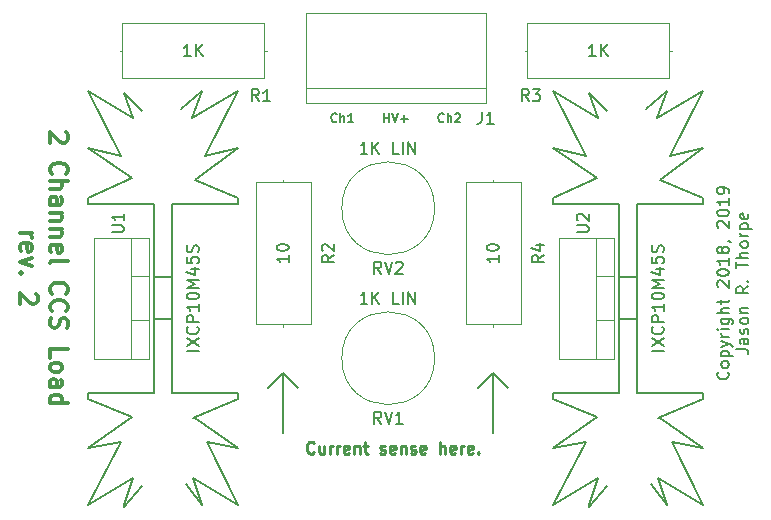
<source format=gbr>
G04 #@! TF.GenerationSoftware,KiCad,Pcbnew,(5.1.4-0-10_14)*
G04 #@! TF.CreationDate,2019-09-24T21:23:23-07:00*
G04 #@! TF.ProjectId,CCS_Load_x2,4343535f-4c6f-4616-945f-78322e6b6963,2.0*
G04 #@! TF.SameCoordinates,Original*
G04 #@! TF.FileFunction,Legend,Top*
G04 #@! TF.FilePolarity,Positive*
%FSLAX46Y46*%
G04 Gerber Fmt 4.6, Leading zero omitted, Abs format (unit mm)*
G04 Created by KiCad (PCBNEW (5.1.4-0-10_14)) date 2019-09-24 21:23:23*
%MOMM*%
%LPD*%
G04 APERTURE LIST*
%ADD10C,0.150000*%
%ADD11C,0.250000*%
%ADD12C,0.187500*%
%ADD13C,0.300000*%
%ADD14C,0.120000*%
G04 APERTURE END LIST*
D10*
X138430000Y-121920000D02*
X137160000Y-120650000D01*
X135890000Y-121920000D02*
X137160000Y-120650000D01*
X137160000Y-120650000D02*
X135890000Y-121920000D01*
X137160000Y-120650000D02*
X137160000Y-125730000D01*
X156210000Y-121920000D02*
X154940000Y-120650000D01*
X153670000Y-121920000D02*
X154940000Y-120650000D01*
X154940000Y-120650000D02*
X153670000Y-121920000D01*
X154940000Y-125730000D02*
X154940000Y-120650000D01*
D11*
X139764333Y-127357142D02*
X139716714Y-127404761D01*
X139573857Y-127452380D01*
X139478619Y-127452380D01*
X139335761Y-127404761D01*
X139240523Y-127309523D01*
X139192904Y-127214285D01*
X139145285Y-127023809D01*
X139145285Y-126880952D01*
X139192904Y-126690476D01*
X139240523Y-126595238D01*
X139335761Y-126500000D01*
X139478619Y-126452380D01*
X139573857Y-126452380D01*
X139716714Y-126500000D01*
X139764333Y-126547619D01*
X140621476Y-126785714D02*
X140621476Y-127452380D01*
X140192904Y-126785714D02*
X140192904Y-127309523D01*
X140240523Y-127404761D01*
X140335761Y-127452380D01*
X140478619Y-127452380D01*
X140573857Y-127404761D01*
X140621476Y-127357142D01*
X141097666Y-127452380D02*
X141097666Y-126785714D01*
X141097666Y-126976190D02*
X141145285Y-126880952D01*
X141192904Y-126833333D01*
X141288142Y-126785714D01*
X141383380Y-126785714D01*
X141716714Y-127452380D02*
X141716714Y-126785714D01*
X141716714Y-126976190D02*
X141764333Y-126880952D01*
X141811952Y-126833333D01*
X141907190Y-126785714D01*
X142002428Y-126785714D01*
X142716714Y-127404761D02*
X142621476Y-127452380D01*
X142431000Y-127452380D01*
X142335761Y-127404761D01*
X142288142Y-127309523D01*
X142288142Y-126928571D01*
X142335761Y-126833333D01*
X142431000Y-126785714D01*
X142621476Y-126785714D01*
X142716714Y-126833333D01*
X142764333Y-126928571D01*
X142764333Y-127023809D01*
X142288142Y-127119047D01*
X143192904Y-126785714D02*
X143192904Y-127452380D01*
X143192904Y-126880952D02*
X143240523Y-126833333D01*
X143335761Y-126785714D01*
X143478619Y-126785714D01*
X143573857Y-126833333D01*
X143621476Y-126928571D01*
X143621476Y-127452380D01*
X143954809Y-126785714D02*
X144335761Y-126785714D01*
X144097666Y-126452380D02*
X144097666Y-127309523D01*
X144145285Y-127404761D01*
X144240523Y-127452380D01*
X144335761Y-127452380D01*
X145383380Y-127404761D02*
X145478619Y-127452380D01*
X145669095Y-127452380D01*
X145764333Y-127404761D01*
X145811952Y-127309523D01*
X145811952Y-127261904D01*
X145764333Y-127166666D01*
X145669095Y-127119047D01*
X145526238Y-127119047D01*
X145431000Y-127071428D01*
X145383380Y-126976190D01*
X145383380Y-126928571D01*
X145431000Y-126833333D01*
X145526238Y-126785714D01*
X145669095Y-126785714D01*
X145764333Y-126833333D01*
X146621476Y-127404761D02*
X146526238Y-127452380D01*
X146335761Y-127452380D01*
X146240523Y-127404761D01*
X146192904Y-127309523D01*
X146192904Y-126928571D01*
X146240523Y-126833333D01*
X146335761Y-126785714D01*
X146526238Y-126785714D01*
X146621476Y-126833333D01*
X146669095Y-126928571D01*
X146669095Y-127023809D01*
X146192904Y-127119047D01*
X147097666Y-126785714D02*
X147097666Y-127452380D01*
X147097666Y-126880952D02*
X147145285Y-126833333D01*
X147240523Y-126785714D01*
X147383380Y-126785714D01*
X147478619Y-126833333D01*
X147526238Y-126928571D01*
X147526238Y-127452380D01*
X147954809Y-127404761D02*
X148050047Y-127452380D01*
X148240523Y-127452380D01*
X148335761Y-127404761D01*
X148383380Y-127309523D01*
X148383380Y-127261904D01*
X148335761Y-127166666D01*
X148240523Y-127119047D01*
X148097666Y-127119047D01*
X148002428Y-127071428D01*
X147954809Y-126976190D01*
X147954809Y-126928571D01*
X148002428Y-126833333D01*
X148097666Y-126785714D01*
X148240523Y-126785714D01*
X148335761Y-126833333D01*
X149192904Y-127404761D02*
X149097666Y-127452380D01*
X148907190Y-127452380D01*
X148811952Y-127404761D01*
X148764333Y-127309523D01*
X148764333Y-126928571D01*
X148811952Y-126833333D01*
X148907190Y-126785714D01*
X149097666Y-126785714D01*
X149192904Y-126833333D01*
X149240523Y-126928571D01*
X149240523Y-127023809D01*
X148764333Y-127119047D01*
X150431000Y-127452380D02*
X150431000Y-126452380D01*
X150859571Y-127452380D02*
X150859571Y-126928571D01*
X150811952Y-126833333D01*
X150716714Y-126785714D01*
X150573857Y-126785714D01*
X150478619Y-126833333D01*
X150431000Y-126880952D01*
X151716714Y-127404761D02*
X151621476Y-127452380D01*
X151431000Y-127452380D01*
X151335761Y-127404761D01*
X151288142Y-127309523D01*
X151288142Y-126928571D01*
X151335761Y-126833333D01*
X151431000Y-126785714D01*
X151621476Y-126785714D01*
X151716714Y-126833333D01*
X151764333Y-126928571D01*
X151764333Y-127023809D01*
X151288142Y-127119047D01*
X152192904Y-127452380D02*
X152192904Y-126785714D01*
X152192904Y-126976190D02*
X152240523Y-126880952D01*
X152288142Y-126833333D01*
X152383380Y-126785714D01*
X152478619Y-126785714D01*
X153192904Y-127404761D02*
X153097666Y-127452380D01*
X152907190Y-127452380D01*
X152811952Y-127404761D01*
X152764333Y-127309523D01*
X152764333Y-126928571D01*
X152811952Y-126833333D01*
X152907190Y-126785714D01*
X153097666Y-126785714D01*
X153192904Y-126833333D01*
X153240523Y-126928571D01*
X153240523Y-127023809D01*
X152764333Y-127119047D01*
X153669095Y-127357142D02*
X153716714Y-127404761D01*
X153669095Y-127452380D01*
X153621476Y-127404761D01*
X153669095Y-127357142D01*
X153669095Y-127452380D01*
D12*
X141685000Y-99327857D02*
X141649285Y-99363571D01*
X141542142Y-99399285D01*
X141470714Y-99399285D01*
X141363571Y-99363571D01*
X141292142Y-99292142D01*
X141256428Y-99220714D01*
X141220714Y-99077857D01*
X141220714Y-98970714D01*
X141256428Y-98827857D01*
X141292142Y-98756428D01*
X141363571Y-98685000D01*
X141470714Y-98649285D01*
X141542142Y-98649285D01*
X141649285Y-98685000D01*
X141685000Y-98720714D01*
X142006428Y-99399285D02*
X142006428Y-98649285D01*
X142327857Y-99399285D02*
X142327857Y-99006428D01*
X142292142Y-98935000D01*
X142220714Y-98899285D01*
X142113571Y-98899285D01*
X142042142Y-98935000D01*
X142006428Y-98970714D01*
X143077857Y-99399285D02*
X142649285Y-99399285D01*
X142863571Y-99399285D02*
X142863571Y-98649285D01*
X142792142Y-98756428D01*
X142720714Y-98827857D01*
X142649285Y-98863571D01*
X145685000Y-99399285D02*
X145685000Y-98649285D01*
X145685000Y-99006428D02*
X146113571Y-99006428D01*
X146113571Y-99399285D02*
X146113571Y-98649285D01*
X146363571Y-98649285D02*
X146613571Y-99399285D01*
X146863571Y-98649285D01*
X147113571Y-99113571D02*
X147685000Y-99113571D01*
X147399285Y-99399285D02*
X147399285Y-98827857D01*
X150756428Y-99327857D02*
X150720714Y-99363571D01*
X150613571Y-99399285D01*
X150542142Y-99399285D01*
X150435000Y-99363571D01*
X150363571Y-99292142D01*
X150327857Y-99220714D01*
X150292142Y-99077857D01*
X150292142Y-98970714D01*
X150327857Y-98827857D01*
X150363571Y-98756428D01*
X150435000Y-98685000D01*
X150542142Y-98649285D01*
X150613571Y-98649285D01*
X150720714Y-98685000D01*
X150756428Y-98720714D01*
X151077857Y-99399285D02*
X151077857Y-98649285D01*
X151399285Y-99399285D02*
X151399285Y-99006428D01*
X151363571Y-98935000D01*
X151292142Y-98899285D01*
X151185000Y-98899285D01*
X151113571Y-98935000D01*
X151077857Y-98970714D01*
X151720714Y-98720714D02*
X151756428Y-98685000D01*
X151827857Y-98649285D01*
X152006428Y-98649285D01*
X152077857Y-98685000D01*
X152113571Y-98720714D01*
X152149285Y-98792142D01*
X152149285Y-98863571D01*
X152113571Y-98970714D01*
X151685000Y-99399285D01*
X152149285Y-99399285D01*
D13*
X118793571Y-100260000D02*
X118865000Y-100331428D01*
X118936428Y-100474285D01*
X118936428Y-100831428D01*
X118865000Y-100974285D01*
X118793571Y-101045714D01*
X118650714Y-101117142D01*
X118507857Y-101117142D01*
X118293571Y-101045714D01*
X117436428Y-100188571D01*
X117436428Y-101117142D01*
X117579285Y-103760000D02*
X117507857Y-103688571D01*
X117436428Y-103474285D01*
X117436428Y-103331428D01*
X117507857Y-103117142D01*
X117650714Y-102974285D01*
X117793571Y-102902857D01*
X118079285Y-102831428D01*
X118293571Y-102831428D01*
X118579285Y-102902857D01*
X118722142Y-102974285D01*
X118865000Y-103117142D01*
X118936428Y-103331428D01*
X118936428Y-103474285D01*
X118865000Y-103688571D01*
X118793571Y-103760000D01*
X117436428Y-104402857D02*
X118936428Y-104402857D01*
X117436428Y-105045714D02*
X118222142Y-105045714D01*
X118365000Y-104974285D01*
X118436428Y-104831428D01*
X118436428Y-104617142D01*
X118365000Y-104474285D01*
X118293571Y-104402857D01*
X117436428Y-106402857D02*
X118222142Y-106402857D01*
X118365000Y-106331428D01*
X118436428Y-106188571D01*
X118436428Y-105902857D01*
X118365000Y-105760000D01*
X117507857Y-106402857D02*
X117436428Y-106260000D01*
X117436428Y-105902857D01*
X117507857Y-105760000D01*
X117650714Y-105688571D01*
X117793571Y-105688571D01*
X117936428Y-105760000D01*
X118007857Y-105902857D01*
X118007857Y-106260000D01*
X118079285Y-106402857D01*
X118436428Y-107117142D02*
X117436428Y-107117142D01*
X118293571Y-107117142D02*
X118365000Y-107188571D01*
X118436428Y-107331428D01*
X118436428Y-107545714D01*
X118365000Y-107688571D01*
X118222142Y-107760000D01*
X117436428Y-107760000D01*
X118436428Y-108474285D02*
X117436428Y-108474285D01*
X118293571Y-108474285D02*
X118365000Y-108545714D01*
X118436428Y-108688571D01*
X118436428Y-108902857D01*
X118365000Y-109045714D01*
X118222142Y-109117142D01*
X117436428Y-109117142D01*
X117507857Y-110402857D02*
X117436428Y-110260000D01*
X117436428Y-109974285D01*
X117507857Y-109831428D01*
X117650714Y-109760000D01*
X118222142Y-109760000D01*
X118365000Y-109831428D01*
X118436428Y-109974285D01*
X118436428Y-110260000D01*
X118365000Y-110402857D01*
X118222142Y-110474285D01*
X118079285Y-110474285D01*
X117936428Y-109760000D01*
X117436428Y-111331428D02*
X117507857Y-111188571D01*
X117650714Y-111117142D01*
X118936428Y-111117142D01*
X117579285Y-113902857D02*
X117507857Y-113831428D01*
X117436428Y-113617142D01*
X117436428Y-113474285D01*
X117507857Y-113260000D01*
X117650714Y-113117142D01*
X117793571Y-113045714D01*
X118079285Y-112974285D01*
X118293571Y-112974285D01*
X118579285Y-113045714D01*
X118722142Y-113117142D01*
X118865000Y-113260000D01*
X118936428Y-113474285D01*
X118936428Y-113617142D01*
X118865000Y-113831428D01*
X118793571Y-113902857D01*
X117579285Y-115402857D02*
X117507857Y-115331428D01*
X117436428Y-115117142D01*
X117436428Y-114974285D01*
X117507857Y-114760000D01*
X117650714Y-114617142D01*
X117793571Y-114545714D01*
X118079285Y-114474285D01*
X118293571Y-114474285D01*
X118579285Y-114545714D01*
X118722142Y-114617142D01*
X118865000Y-114760000D01*
X118936428Y-114974285D01*
X118936428Y-115117142D01*
X118865000Y-115331428D01*
X118793571Y-115402857D01*
X117507857Y-115974285D02*
X117436428Y-116188571D01*
X117436428Y-116545714D01*
X117507857Y-116688571D01*
X117579285Y-116760000D01*
X117722142Y-116831428D01*
X117865000Y-116831428D01*
X118007857Y-116760000D01*
X118079285Y-116688571D01*
X118150714Y-116545714D01*
X118222142Y-116260000D01*
X118293571Y-116117142D01*
X118365000Y-116045714D01*
X118507857Y-115974285D01*
X118650714Y-115974285D01*
X118793571Y-116045714D01*
X118865000Y-116117142D01*
X118936428Y-116260000D01*
X118936428Y-116617142D01*
X118865000Y-116831428D01*
X117436428Y-119331428D02*
X117436428Y-118617142D01*
X118936428Y-118617142D01*
X117436428Y-120045714D02*
X117507857Y-119902857D01*
X117579285Y-119831428D01*
X117722142Y-119760000D01*
X118150714Y-119760000D01*
X118293571Y-119831428D01*
X118365000Y-119902857D01*
X118436428Y-120045714D01*
X118436428Y-120260000D01*
X118365000Y-120402857D01*
X118293571Y-120474285D01*
X118150714Y-120545714D01*
X117722142Y-120545714D01*
X117579285Y-120474285D01*
X117507857Y-120402857D01*
X117436428Y-120260000D01*
X117436428Y-120045714D01*
X117436428Y-121831428D02*
X118222142Y-121831428D01*
X118365000Y-121760000D01*
X118436428Y-121617142D01*
X118436428Y-121331428D01*
X118365000Y-121188571D01*
X117507857Y-121831428D02*
X117436428Y-121688571D01*
X117436428Y-121331428D01*
X117507857Y-121188571D01*
X117650714Y-121117142D01*
X117793571Y-121117142D01*
X117936428Y-121188571D01*
X118007857Y-121331428D01*
X118007857Y-121688571D01*
X118079285Y-121831428D01*
X117436428Y-123188571D02*
X118936428Y-123188571D01*
X117507857Y-123188571D02*
X117436428Y-123045714D01*
X117436428Y-122760000D01*
X117507857Y-122617142D01*
X117579285Y-122545714D01*
X117722142Y-122474285D01*
X118150714Y-122474285D01*
X118293571Y-122545714D01*
X118365000Y-122617142D01*
X118436428Y-122760000D01*
X118436428Y-123045714D01*
X118365000Y-123188571D01*
X114886428Y-108795714D02*
X115886428Y-108795714D01*
X115600714Y-108795714D02*
X115743571Y-108867142D01*
X115815000Y-108938571D01*
X115886428Y-109081428D01*
X115886428Y-109224285D01*
X114957857Y-110295714D02*
X114886428Y-110152857D01*
X114886428Y-109867142D01*
X114957857Y-109724285D01*
X115100714Y-109652857D01*
X115672142Y-109652857D01*
X115815000Y-109724285D01*
X115886428Y-109867142D01*
X115886428Y-110152857D01*
X115815000Y-110295714D01*
X115672142Y-110367142D01*
X115529285Y-110367142D01*
X115386428Y-109652857D01*
X115886428Y-110867142D02*
X114886428Y-111224285D01*
X115886428Y-111581428D01*
X115029285Y-112152857D02*
X114957857Y-112224285D01*
X114886428Y-112152857D01*
X114957857Y-112081428D01*
X115029285Y-112152857D01*
X114886428Y-112152857D01*
X116243571Y-113938571D02*
X116315000Y-114010000D01*
X116386428Y-114152857D01*
X116386428Y-114510000D01*
X116315000Y-114652857D01*
X116243571Y-114724285D01*
X116100714Y-114795714D01*
X115957857Y-114795714D01*
X115743571Y-114724285D01*
X114886428Y-113867142D01*
X114886428Y-114795714D01*
D10*
X174792142Y-120553809D02*
X174839761Y-120601428D01*
X174887380Y-120744285D01*
X174887380Y-120839523D01*
X174839761Y-120982380D01*
X174744523Y-121077619D01*
X174649285Y-121125238D01*
X174458809Y-121172857D01*
X174315952Y-121172857D01*
X174125476Y-121125238D01*
X174030238Y-121077619D01*
X173935000Y-120982380D01*
X173887380Y-120839523D01*
X173887380Y-120744285D01*
X173935000Y-120601428D01*
X173982619Y-120553809D01*
X174887380Y-119982380D02*
X174839761Y-120077619D01*
X174792142Y-120125238D01*
X174696904Y-120172857D01*
X174411190Y-120172857D01*
X174315952Y-120125238D01*
X174268333Y-120077619D01*
X174220714Y-119982380D01*
X174220714Y-119839523D01*
X174268333Y-119744285D01*
X174315952Y-119696666D01*
X174411190Y-119649047D01*
X174696904Y-119649047D01*
X174792142Y-119696666D01*
X174839761Y-119744285D01*
X174887380Y-119839523D01*
X174887380Y-119982380D01*
X174220714Y-119220476D02*
X175220714Y-119220476D01*
X174268333Y-119220476D02*
X174220714Y-119125238D01*
X174220714Y-118934761D01*
X174268333Y-118839523D01*
X174315952Y-118791904D01*
X174411190Y-118744285D01*
X174696904Y-118744285D01*
X174792142Y-118791904D01*
X174839761Y-118839523D01*
X174887380Y-118934761D01*
X174887380Y-119125238D01*
X174839761Y-119220476D01*
X174220714Y-118410952D02*
X174887380Y-118172857D01*
X174220714Y-117934761D02*
X174887380Y-118172857D01*
X175125476Y-118268095D01*
X175173095Y-118315714D01*
X175220714Y-118410952D01*
X174887380Y-117553809D02*
X174220714Y-117553809D01*
X174411190Y-117553809D02*
X174315952Y-117506190D01*
X174268333Y-117458571D01*
X174220714Y-117363333D01*
X174220714Y-117268095D01*
X174887380Y-116934761D02*
X174220714Y-116934761D01*
X173887380Y-116934761D02*
X173935000Y-116982380D01*
X173982619Y-116934761D01*
X173935000Y-116887142D01*
X173887380Y-116934761D01*
X173982619Y-116934761D01*
X174220714Y-116030000D02*
X175030238Y-116030000D01*
X175125476Y-116077619D01*
X175173095Y-116125238D01*
X175220714Y-116220476D01*
X175220714Y-116363333D01*
X175173095Y-116458571D01*
X174839761Y-116030000D02*
X174887380Y-116125238D01*
X174887380Y-116315714D01*
X174839761Y-116410952D01*
X174792142Y-116458571D01*
X174696904Y-116506190D01*
X174411190Y-116506190D01*
X174315952Y-116458571D01*
X174268333Y-116410952D01*
X174220714Y-116315714D01*
X174220714Y-116125238D01*
X174268333Y-116030000D01*
X174887380Y-115553809D02*
X173887380Y-115553809D01*
X174887380Y-115125238D02*
X174363571Y-115125238D01*
X174268333Y-115172857D01*
X174220714Y-115268095D01*
X174220714Y-115410952D01*
X174268333Y-115506190D01*
X174315952Y-115553809D01*
X174220714Y-114791904D02*
X174220714Y-114410952D01*
X173887380Y-114649047D02*
X174744523Y-114649047D01*
X174839761Y-114601428D01*
X174887380Y-114506190D01*
X174887380Y-114410952D01*
X173982619Y-113363333D02*
X173935000Y-113315714D01*
X173887380Y-113220476D01*
X173887380Y-112982380D01*
X173935000Y-112887142D01*
X173982619Y-112839523D01*
X174077857Y-112791904D01*
X174173095Y-112791904D01*
X174315952Y-112839523D01*
X174887380Y-113410952D01*
X174887380Y-112791904D01*
X173887380Y-112172857D02*
X173887380Y-112077619D01*
X173935000Y-111982380D01*
X173982619Y-111934761D01*
X174077857Y-111887142D01*
X174268333Y-111839523D01*
X174506428Y-111839523D01*
X174696904Y-111887142D01*
X174792142Y-111934761D01*
X174839761Y-111982380D01*
X174887380Y-112077619D01*
X174887380Y-112172857D01*
X174839761Y-112268095D01*
X174792142Y-112315714D01*
X174696904Y-112363333D01*
X174506428Y-112410952D01*
X174268333Y-112410952D01*
X174077857Y-112363333D01*
X173982619Y-112315714D01*
X173935000Y-112268095D01*
X173887380Y-112172857D01*
X174887380Y-110887142D02*
X174887380Y-111458571D01*
X174887380Y-111172857D02*
X173887380Y-111172857D01*
X174030238Y-111268095D01*
X174125476Y-111363333D01*
X174173095Y-111458571D01*
X174315952Y-110315714D02*
X174268333Y-110410952D01*
X174220714Y-110458571D01*
X174125476Y-110506190D01*
X174077857Y-110506190D01*
X173982619Y-110458571D01*
X173935000Y-110410952D01*
X173887380Y-110315714D01*
X173887380Y-110125238D01*
X173935000Y-110030000D01*
X173982619Y-109982380D01*
X174077857Y-109934761D01*
X174125476Y-109934761D01*
X174220714Y-109982380D01*
X174268333Y-110030000D01*
X174315952Y-110125238D01*
X174315952Y-110315714D01*
X174363571Y-110410952D01*
X174411190Y-110458571D01*
X174506428Y-110506190D01*
X174696904Y-110506190D01*
X174792142Y-110458571D01*
X174839761Y-110410952D01*
X174887380Y-110315714D01*
X174887380Y-110125238D01*
X174839761Y-110030000D01*
X174792142Y-109982380D01*
X174696904Y-109934761D01*
X174506428Y-109934761D01*
X174411190Y-109982380D01*
X174363571Y-110030000D01*
X174315952Y-110125238D01*
X174839761Y-109458571D02*
X174887380Y-109458571D01*
X174982619Y-109506190D01*
X175030238Y-109553809D01*
X173982619Y-108315714D02*
X173935000Y-108268095D01*
X173887380Y-108172857D01*
X173887380Y-107934761D01*
X173935000Y-107839523D01*
X173982619Y-107791904D01*
X174077857Y-107744285D01*
X174173095Y-107744285D01*
X174315952Y-107791904D01*
X174887380Y-108363333D01*
X174887380Y-107744285D01*
X173887380Y-107125238D02*
X173887380Y-107030000D01*
X173935000Y-106934761D01*
X173982619Y-106887142D01*
X174077857Y-106839523D01*
X174268333Y-106791904D01*
X174506428Y-106791904D01*
X174696904Y-106839523D01*
X174792142Y-106887142D01*
X174839761Y-106934761D01*
X174887380Y-107030000D01*
X174887380Y-107125238D01*
X174839761Y-107220476D01*
X174792142Y-107268095D01*
X174696904Y-107315714D01*
X174506428Y-107363333D01*
X174268333Y-107363333D01*
X174077857Y-107315714D01*
X173982619Y-107268095D01*
X173935000Y-107220476D01*
X173887380Y-107125238D01*
X174887380Y-105839523D02*
X174887380Y-106410952D01*
X174887380Y-106125238D02*
X173887380Y-106125238D01*
X174030238Y-106220476D01*
X174125476Y-106315714D01*
X174173095Y-106410952D01*
X174887380Y-105363333D02*
X174887380Y-105172857D01*
X174839761Y-105077619D01*
X174792142Y-105030000D01*
X174649285Y-104934761D01*
X174458809Y-104887142D01*
X174077857Y-104887142D01*
X173982619Y-104934761D01*
X173935000Y-104982380D01*
X173887380Y-105077619D01*
X173887380Y-105268095D01*
X173935000Y-105363333D01*
X173982619Y-105410952D01*
X174077857Y-105458571D01*
X174315952Y-105458571D01*
X174411190Y-105410952D01*
X174458809Y-105363333D01*
X174506428Y-105268095D01*
X174506428Y-105077619D01*
X174458809Y-104982380D01*
X174411190Y-104934761D01*
X174315952Y-104887142D01*
X175537380Y-118625238D02*
X176251666Y-118625238D01*
X176394523Y-118672857D01*
X176489761Y-118768095D01*
X176537380Y-118910952D01*
X176537380Y-119006190D01*
X176537380Y-117720476D02*
X176013571Y-117720476D01*
X175918333Y-117768095D01*
X175870714Y-117863333D01*
X175870714Y-118053809D01*
X175918333Y-118149047D01*
X176489761Y-117720476D02*
X176537380Y-117815714D01*
X176537380Y-118053809D01*
X176489761Y-118149047D01*
X176394523Y-118196666D01*
X176299285Y-118196666D01*
X176204047Y-118149047D01*
X176156428Y-118053809D01*
X176156428Y-117815714D01*
X176108809Y-117720476D01*
X176489761Y-117291904D02*
X176537380Y-117196666D01*
X176537380Y-117006190D01*
X176489761Y-116910952D01*
X176394523Y-116863333D01*
X176346904Y-116863333D01*
X176251666Y-116910952D01*
X176204047Y-117006190D01*
X176204047Y-117149047D01*
X176156428Y-117244285D01*
X176061190Y-117291904D01*
X176013571Y-117291904D01*
X175918333Y-117244285D01*
X175870714Y-117149047D01*
X175870714Y-117006190D01*
X175918333Y-116910952D01*
X176537380Y-116291904D02*
X176489761Y-116387142D01*
X176442142Y-116434761D01*
X176346904Y-116482380D01*
X176061190Y-116482380D01*
X175965952Y-116434761D01*
X175918333Y-116387142D01*
X175870714Y-116291904D01*
X175870714Y-116149047D01*
X175918333Y-116053809D01*
X175965952Y-116006190D01*
X176061190Y-115958571D01*
X176346904Y-115958571D01*
X176442142Y-116006190D01*
X176489761Y-116053809D01*
X176537380Y-116149047D01*
X176537380Y-116291904D01*
X175870714Y-115530000D02*
X176537380Y-115530000D01*
X175965952Y-115530000D02*
X175918333Y-115482380D01*
X175870714Y-115387142D01*
X175870714Y-115244285D01*
X175918333Y-115149047D01*
X176013571Y-115101428D01*
X176537380Y-115101428D01*
X176537380Y-113291904D02*
X176061190Y-113625238D01*
X176537380Y-113863333D02*
X175537380Y-113863333D01*
X175537380Y-113482380D01*
X175585000Y-113387142D01*
X175632619Y-113339523D01*
X175727857Y-113291904D01*
X175870714Y-113291904D01*
X175965952Y-113339523D01*
X176013571Y-113387142D01*
X176061190Y-113482380D01*
X176061190Y-113863333D01*
X176442142Y-112863333D02*
X176489761Y-112815714D01*
X176537380Y-112863333D01*
X176489761Y-112910952D01*
X176442142Y-112863333D01*
X176537380Y-112863333D01*
X175537380Y-111768095D02*
X175537380Y-111196666D01*
X176537380Y-111482380D02*
X175537380Y-111482380D01*
X176537380Y-110863333D02*
X175537380Y-110863333D01*
X176537380Y-110434761D02*
X176013571Y-110434761D01*
X175918333Y-110482380D01*
X175870714Y-110577619D01*
X175870714Y-110720476D01*
X175918333Y-110815714D01*
X175965952Y-110863333D01*
X176537380Y-109815714D02*
X176489761Y-109910952D01*
X176442142Y-109958571D01*
X176346904Y-110006190D01*
X176061190Y-110006190D01*
X175965952Y-109958571D01*
X175918333Y-109910952D01*
X175870714Y-109815714D01*
X175870714Y-109672857D01*
X175918333Y-109577619D01*
X175965952Y-109530000D01*
X176061190Y-109482380D01*
X176346904Y-109482380D01*
X176442142Y-109530000D01*
X176489761Y-109577619D01*
X176537380Y-109672857D01*
X176537380Y-109815714D01*
X176537380Y-109053809D02*
X175870714Y-109053809D01*
X176061190Y-109053809D02*
X175965952Y-109006190D01*
X175918333Y-108958571D01*
X175870714Y-108863333D01*
X175870714Y-108768095D01*
X175870714Y-108434761D02*
X176870714Y-108434761D01*
X175918333Y-108434761D02*
X175870714Y-108339523D01*
X175870714Y-108149047D01*
X175918333Y-108053809D01*
X175965952Y-108006190D01*
X176061190Y-107958571D01*
X176346904Y-107958571D01*
X176442142Y-108006190D01*
X176489761Y-108053809D01*
X176537380Y-108149047D01*
X176537380Y-108339523D01*
X176489761Y-108434761D01*
X176489761Y-107149047D02*
X176537380Y-107244285D01*
X176537380Y-107434761D01*
X176489761Y-107530000D01*
X176394523Y-107577619D01*
X176013571Y-107577619D01*
X175918333Y-107530000D01*
X175870714Y-107434761D01*
X175870714Y-107244285D01*
X175918333Y-107149047D01*
X176013571Y-107101428D01*
X176108809Y-107101428D01*
X176204047Y-107577619D01*
D14*
X139065000Y-97790000D02*
X139065000Y-90170000D01*
X154305000Y-97790000D02*
X154305000Y-90170000D01*
X139065000Y-96520000D02*
X154305000Y-96520000D01*
X139065000Y-90170000D02*
X154305000Y-90170000D01*
X139065000Y-97790000D02*
X154305000Y-97790000D01*
X149980000Y-106680000D02*
G75*
G03X149980000Y-106680000I-3930000J0D01*
G01*
X149980000Y-119380000D02*
G75*
G03X149980000Y-119380000I-3930000J0D01*
G01*
D10*
X126238000Y-116078000D02*
X127762000Y-116078000D01*
X126238000Y-112522000D02*
X127762000Y-112522000D01*
X133350000Y-122809000D02*
X133350000Y-122301000D01*
X120650000Y-96774000D02*
X123444000Y-102235000D01*
X123444000Y-102235000D02*
X120650000Y-101600000D01*
X124333000Y-124333000D02*
X120650000Y-127000000D01*
X120650000Y-127000000D02*
X123444000Y-126492000D01*
X123444000Y-126492000D02*
X120650000Y-131826000D01*
X129667000Y-124460000D02*
X133350000Y-127000000D01*
X133350000Y-127000000D02*
X130683000Y-126492000D01*
X130683000Y-126492000D02*
X133350000Y-131826000D01*
X129540000Y-129540000D02*
X133350000Y-131826000D01*
X124460000Y-129540000D02*
X120650000Y-131826000D01*
X120650000Y-106299000D02*
X120650000Y-105918000D01*
X133350000Y-106299000D02*
X133350000Y-105791000D01*
X129667000Y-104267000D02*
X133350000Y-101600000D01*
X133350000Y-101600000D02*
X130556000Y-102235000D01*
X130556000Y-102235000D02*
X133350000Y-96774000D01*
X129413000Y-99060000D02*
X130302000Y-96774000D01*
X130302000Y-96774000D02*
X128524000Y-98298000D01*
X133350000Y-96774000D02*
X129413000Y-99060000D01*
X124460000Y-99060000D02*
X123698000Y-96901000D01*
X123698000Y-96901000D02*
X125222000Y-98425000D01*
X120650000Y-96774000D02*
X124460000Y-99060000D01*
X124333000Y-104140000D02*
X120650000Y-101600000D01*
X133350000Y-105791000D02*
X129667000Y-104267000D01*
X120650000Y-105791000D02*
X124333000Y-104140000D01*
X133350000Y-122809000D02*
X129540000Y-124460000D01*
X120650000Y-122301000D02*
X120650000Y-122809000D01*
X120650000Y-122809000D02*
X124333000Y-124333000D01*
X130302000Y-131826000D02*
X128905000Y-130048000D01*
X123698000Y-131953000D02*
X125222000Y-130175000D01*
X130302000Y-131826000D02*
X129540000Y-129540000D01*
X123698000Y-131826000D02*
X124460000Y-129540000D01*
X127762000Y-114300000D02*
X127762000Y-122301000D01*
X127762000Y-122301000D02*
X133350000Y-122301000D01*
X127762000Y-114300000D02*
X127762000Y-106299000D01*
X127762000Y-106299000D02*
X133350000Y-106299000D01*
X126238000Y-114300000D02*
X126238000Y-122301000D01*
X126238000Y-122301000D02*
X120650000Y-122301000D01*
X126238000Y-114300000D02*
X126238000Y-106299000D01*
X126238000Y-106299000D02*
X120650000Y-106299000D01*
D14*
X125810000Y-109180000D02*
X125810000Y-119420000D01*
X121169000Y-109180000D02*
X121169000Y-119420000D01*
X125810000Y-109180000D02*
X121169000Y-109180000D01*
X125810000Y-119420000D02*
X121169000Y-119420000D01*
X124300000Y-109180000D02*
X124300000Y-119420000D01*
X125810000Y-112450000D02*
X124300000Y-112450000D01*
X125810000Y-116151000D02*
X124300000Y-116151000D01*
X165180000Y-109180000D02*
X165180000Y-119420000D01*
X160539000Y-109180000D02*
X160539000Y-119420000D01*
X165180000Y-109180000D02*
X160539000Y-109180000D01*
X165180000Y-119420000D02*
X160539000Y-119420000D01*
X163670000Y-109180000D02*
X163670000Y-119420000D01*
X165180000Y-112450000D02*
X163670000Y-112450000D01*
X165180000Y-116151000D02*
X163670000Y-116151000D01*
X123530000Y-91035000D02*
X123530000Y-95655000D01*
X123530000Y-95655000D02*
X135550000Y-95655000D01*
X135550000Y-95655000D02*
X135550000Y-91035000D01*
X135550000Y-91035000D02*
X123530000Y-91035000D01*
X123300000Y-93345000D02*
X123530000Y-93345000D01*
X135780000Y-93345000D02*
X135550000Y-93345000D01*
X134850000Y-116500000D02*
X139470000Y-116500000D01*
X139470000Y-116500000D02*
X139470000Y-104480000D01*
X139470000Y-104480000D02*
X134850000Y-104480000D01*
X134850000Y-104480000D02*
X134850000Y-116500000D01*
X137160000Y-116730000D02*
X137160000Y-116500000D01*
X137160000Y-104250000D02*
X137160000Y-104480000D01*
X169840000Y-95655000D02*
X169840000Y-91035000D01*
X169840000Y-91035000D02*
X157820000Y-91035000D01*
X157820000Y-91035000D02*
X157820000Y-95655000D01*
X157820000Y-95655000D02*
X169840000Y-95655000D01*
X170070000Y-93345000D02*
X169840000Y-93345000D01*
X157590000Y-93345000D02*
X157820000Y-93345000D01*
X157250000Y-104480000D02*
X152630000Y-104480000D01*
X152630000Y-104480000D02*
X152630000Y-116500000D01*
X152630000Y-116500000D02*
X157250000Y-116500000D01*
X157250000Y-116500000D02*
X157250000Y-104480000D01*
X154940000Y-104250000D02*
X154940000Y-104480000D01*
X154940000Y-116730000D02*
X154940000Y-116500000D01*
D10*
X165608000Y-116078000D02*
X167132000Y-116078000D01*
X165608000Y-112522000D02*
X167132000Y-112522000D01*
X172720000Y-122809000D02*
X172720000Y-122301000D01*
X160020000Y-96774000D02*
X162814000Y-102235000D01*
X162814000Y-102235000D02*
X160020000Y-101600000D01*
X163703000Y-124333000D02*
X160020000Y-127000000D01*
X160020000Y-127000000D02*
X162814000Y-126492000D01*
X162814000Y-126492000D02*
X160020000Y-131826000D01*
X169037000Y-124460000D02*
X172720000Y-127000000D01*
X172720000Y-127000000D02*
X170053000Y-126492000D01*
X170053000Y-126492000D02*
X172720000Y-131826000D01*
X168910000Y-129540000D02*
X172720000Y-131826000D01*
X163830000Y-129540000D02*
X160020000Y-131826000D01*
X160020000Y-106299000D02*
X160020000Y-105918000D01*
X172720000Y-106299000D02*
X172720000Y-105791000D01*
X169037000Y-104267000D02*
X172720000Y-101600000D01*
X172720000Y-101600000D02*
X169926000Y-102235000D01*
X169926000Y-102235000D02*
X172720000Y-96774000D01*
X168783000Y-99060000D02*
X169672000Y-96774000D01*
X169672000Y-96774000D02*
X167894000Y-98298000D01*
X172720000Y-96774000D02*
X168783000Y-99060000D01*
X163830000Y-99060000D02*
X163068000Y-96901000D01*
X163068000Y-96901000D02*
X164592000Y-98425000D01*
X160020000Y-96774000D02*
X163830000Y-99060000D01*
X163703000Y-104140000D02*
X160020000Y-101600000D01*
X172720000Y-105791000D02*
X169037000Y-104267000D01*
X160020000Y-105791000D02*
X163703000Y-104140000D01*
X172720000Y-122809000D02*
X168910000Y-124460000D01*
X160020000Y-122301000D02*
X160020000Y-122809000D01*
X160020000Y-122809000D02*
X163703000Y-124333000D01*
X169672000Y-131826000D02*
X168275000Y-130048000D01*
X163068000Y-131953000D02*
X164592000Y-130175000D01*
X169672000Y-131826000D02*
X168910000Y-129540000D01*
X163068000Y-131826000D02*
X163830000Y-129540000D01*
X167132000Y-114300000D02*
X167132000Y-122301000D01*
X167132000Y-122301000D02*
X172720000Y-122301000D01*
X167132000Y-114300000D02*
X167132000Y-106299000D01*
X167132000Y-106299000D02*
X172720000Y-106299000D01*
X165608000Y-114300000D02*
X165608000Y-122301000D01*
X165608000Y-122301000D02*
X160020000Y-122301000D01*
X165608000Y-114300000D02*
X165608000Y-106299000D01*
X165608000Y-106299000D02*
X160020000Y-106299000D01*
X153971666Y-98512380D02*
X153971666Y-99226666D01*
X153924047Y-99369523D01*
X153828809Y-99464761D01*
X153685952Y-99512380D01*
X153590714Y-99512380D01*
X154971666Y-99512380D02*
X154400238Y-99512380D01*
X154685952Y-99512380D02*
X154685952Y-98512380D01*
X154590714Y-98655238D01*
X154495476Y-98750476D01*
X154400238Y-98798095D01*
X145454761Y-112212380D02*
X145121428Y-111736190D01*
X144883333Y-112212380D02*
X144883333Y-111212380D01*
X145264285Y-111212380D01*
X145359523Y-111260000D01*
X145407142Y-111307619D01*
X145454761Y-111402857D01*
X145454761Y-111545714D01*
X145407142Y-111640952D01*
X145359523Y-111688571D01*
X145264285Y-111736190D01*
X144883333Y-111736190D01*
X145740476Y-111212380D02*
X146073809Y-112212380D01*
X146407142Y-111212380D01*
X146692857Y-111307619D02*
X146740476Y-111260000D01*
X146835714Y-111212380D01*
X147073809Y-111212380D01*
X147169047Y-111260000D01*
X147216666Y-111307619D01*
X147264285Y-111402857D01*
X147264285Y-111498095D01*
X147216666Y-111640952D01*
X146645238Y-112212380D01*
X147264285Y-112212380D01*
X144288095Y-102052380D02*
X143716666Y-102052380D01*
X144002380Y-102052380D02*
X144002380Y-101052380D01*
X143907142Y-101195238D01*
X143811904Y-101290476D01*
X143716666Y-101338095D01*
X144716666Y-102052380D02*
X144716666Y-101052380D01*
X145288095Y-102052380D02*
X144859523Y-101480952D01*
X145288095Y-101052380D02*
X144716666Y-101623809D01*
X146954761Y-102052380D02*
X146478571Y-102052380D01*
X146478571Y-101052380D01*
X147288095Y-102052380D02*
X147288095Y-101052380D01*
X147764285Y-102052380D02*
X147764285Y-101052380D01*
X148335714Y-102052380D01*
X148335714Y-101052380D01*
X145454761Y-124912380D02*
X145121428Y-124436190D01*
X144883333Y-124912380D02*
X144883333Y-123912380D01*
X145264285Y-123912380D01*
X145359523Y-123960000D01*
X145407142Y-124007619D01*
X145454761Y-124102857D01*
X145454761Y-124245714D01*
X145407142Y-124340952D01*
X145359523Y-124388571D01*
X145264285Y-124436190D01*
X144883333Y-124436190D01*
X145740476Y-123912380D02*
X146073809Y-124912380D01*
X146407142Y-123912380D01*
X147264285Y-124912380D02*
X146692857Y-124912380D01*
X146978571Y-124912380D02*
X146978571Y-123912380D01*
X146883333Y-124055238D01*
X146788095Y-124150476D01*
X146692857Y-124198095D01*
X144288095Y-114752380D02*
X143716666Y-114752380D01*
X144002380Y-114752380D02*
X144002380Y-113752380D01*
X143907142Y-113895238D01*
X143811904Y-113990476D01*
X143716666Y-114038095D01*
X144716666Y-114752380D02*
X144716666Y-113752380D01*
X145288095Y-114752380D02*
X144859523Y-114180952D01*
X145288095Y-113752380D02*
X144716666Y-114323809D01*
X146954761Y-114752380D02*
X146478571Y-114752380D01*
X146478571Y-113752380D01*
X147288095Y-114752380D02*
X147288095Y-113752380D01*
X147764285Y-114752380D02*
X147764285Y-113752380D01*
X148335714Y-114752380D01*
X148335714Y-113752380D01*
X122642380Y-108711904D02*
X123451904Y-108711904D01*
X123547142Y-108664285D01*
X123594761Y-108616666D01*
X123642380Y-108521428D01*
X123642380Y-108330952D01*
X123594761Y-108235714D01*
X123547142Y-108188095D01*
X123451904Y-108140476D01*
X122642380Y-108140476D01*
X123642380Y-107140476D02*
X123642380Y-107711904D01*
X123642380Y-107426190D02*
X122642380Y-107426190D01*
X122785238Y-107521428D01*
X122880476Y-107616666D01*
X122928095Y-107711904D01*
X129992380Y-118728571D02*
X128992380Y-118728571D01*
X128992380Y-118347619D02*
X129992380Y-117680952D01*
X128992380Y-117680952D02*
X129992380Y-118347619D01*
X129897142Y-116728571D02*
X129944761Y-116776190D01*
X129992380Y-116919047D01*
X129992380Y-117014285D01*
X129944761Y-117157142D01*
X129849523Y-117252380D01*
X129754285Y-117300000D01*
X129563809Y-117347619D01*
X129420952Y-117347619D01*
X129230476Y-117300000D01*
X129135238Y-117252380D01*
X129040000Y-117157142D01*
X128992380Y-117014285D01*
X128992380Y-116919047D01*
X129040000Y-116776190D01*
X129087619Y-116728571D01*
X129992380Y-116300000D02*
X128992380Y-116300000D01*
X128992380Y-115919047D01*
X129040000Y-115823809D01*
X129087619Y-115776190D01*
X129182857Y-115728571D01*
X129325714Y-115728571D01*
X129420952Y-115776190D01*
X129468571Y-115823809D01*
X129516190Y-115919047D01*
X129516190Y-116300000D01*
X129992380Y-114776190D02*
X129992380Y-115347619D01*
X129992380Y-115061904D02*
X128992380Y-115061904D01*
X129135238Y-115157142D01*
X129230476Y-115252380D01*
X129278095Y-115347619D01*
X128992380Y-114157142D02*
X128992380Y-114061904D01*
X129040000Y-113966666D01*
X129087619Y-113919047D01*
X129182857Y-113871428D01*
X129373333Y-113823809D01*
X129611428Y-113823809D01*
X129801904Y-113871428D01*
X129897142Y-113919047D01*
X129944761Y-113966666D01*
X129992380Y-114061904D01*
X129992380Y-114157142D01*
X129944761Y-114252380D01*
X129897142Y-114300000D01*
X129801904Y-114347619D01*
X129611428Y-114395238D01*
X129373333Y-114395238D01*
X129182857Y-114347619D01*
X129087619Y-114300000D01*
X129040000Y-114252380D01*
X128992380Y-114157142D01*
X129992380Y-113395238D02*
X128992380Y-113395238D01*
X129706666Y-113061904D01*
X128992380Y-112728571D01*
X129992380Y-112728571D01*
X129325714Y-111823809D02*
X129992380Y-111823809D01*
X128944761Y-112061904D02*
X129659047Y-112300000D01*
X129659047Y-111680952D01*
X128992380Y-110823809D02*
X128992380Y-111300000D01*
X129468571Y-111347619D01*
X129420952Y-111300000D01*
X129373333Y-111204761D01*
X129373333Y-110966666D01*
X129420952Y-110871428D01*
X129468571Y-110823809D01*
X129563809Y-110776190D01*
X129801904Y-110776190D01*
X129897142Y-110823809D01*
X129944761Y-110871428D01*
X129992380Y-110966666D01*
X129992380Y-111204761D01*
X129944761Y-111300000D01*
X129897142Y-111347619D01*
X129944761Y-110395238D02*
X129992380Y-110252380D01*
X129992380Y-110014285D01*
X129944761Y-109919047D01*
X129897142Y-109871428D01*
X129801904Y-109823809D01*
X129706666Y-109823809D01*
X129611428Y-109871428D01*
X129563809Y-109919047D01*
X129516190Y-110014285D01*
X129468571Y-110204761D01*
X129420952Y-110300000D01*
X129373333Y-110347619D01*
X129278095Y-110395238D01*
X129182857Y-110395238D01*
X129087619Y-110347619D01*
X129040000Y-110300000D01*
X128992380Y-110204761D01*
X128992380Y-109966666D01*
X129040000Y-109823809D01*
X162012380Y-108711904D02*
X162821904Y-108711904D01*
X162917142Y-108664285D01*
X162964761Y-108616666D01*
X163012380Y-108521428D01*
X163012380Y-108330952D01*
X162964761Y-108235714D01*
X162917142Y-108188095D01*
X162821904Y-108140476D01*
X162012380Y-108140476D01*
X162107619Y-107711904D02*
X162060000Y-107664285D01*
X162012380Y-107569047D01*
X162012380Y-107330952D01*
X162060000Y-107235714D01*
X162107619Y-107188095D01*
X162202857Y-107140476D01*
X162298095Y-107140476D01*
X162440952Y-107188095D01*
X163012380Y-107759523D01*
X163012380Y-107140476D01*
X169362380Y-118728571D02*
X168362380Y-118728571D01*
X168362380Y-118347619D02*
X169362380Y-117680952D01*
X168362380Y-117680952D02*
X169362380Y-118347619D01*
X169267142Y-116728571D02*
X169314761Y-116776190D01*
X169362380Y-116919047D01*
X169362380Y-117014285D01*
X169314761Y-117157142D01*
X169219523Y-117252380D01*
X169124285Y-117300000D01*
X168933809Y-117347619D01*
X168790952Y-117347619D01*
X168600476Y-117300000D01*
X168505238Y-117252380D01*
X168410000Y-117157142D01*
X168362380Y-117014285D01*
X168362380Y-116919047D01*
X168410000Y-116776190D01*
X168457619Y-116728571D01*
X169362380Y-116300000D02*
X168362380Y-116300000D01*
X168362380Y-115919047D01*
X168410000Y-115823809D01*
X168457619Y-115776190D01*
X168552857Y-115728571D01*
X168695714Y-115728571D01*
X168790952Y-115776190D01*
X168838571Y-115823809D01*
X168886190Y-115919047D01*
X168886190Y-116300000D01*
X169362380Y-114776190D02*
X169362380Y-115347619D01*
X169362380Y-115061904D02*
X168362380Y-115061904D01*
X168505238Y-115157142D01*
X168600476Y-115252380D01*
X168648095Y-115347619D01*
X168362380Y-114157142D02*
X168362380Y-114061904D01*
X168410000Y-113966666D01*
X168457619Y-113919047D01*
X168552857Y-113871428D01*
X168743333Y-113823809D01*
X168981428Y-113823809D01*
X169171904Y-113871428D01*
X169267142Y-113919047D01*
X169314761Y-113966666D01*
X169362380Y-114061904D01*
X169362380Y-114157142D01*
X169314761Y-114252380D01*
X169267142Y-114300000D01*
X169171904Y-114347619D01*
X168981428Y-114395238D01*
X168743333Y-114395238D01*
X168552857Y-114347619D01*
X168457619Y-114300000D01*
X168410000Y-114252380D01*
X168362380Y-114157142D01*
X169362380Y-113395238D02*
X168362380Y-113395238D01*
X169076666Y-113061904D01*
X168362380Y-112728571D01*
X169362380Y-112728571D01*
X168695714Y-111823809D02*
X169362380Y-111823809D01*
X168314761Y-112061904D02*
X169029047Y-112300000D01*
X169029047Y-111680952D01*
X168362380Y-110823809D02*
X168362380Y-111300000D01*
X168838571Y-111347619D01*
X168790952Y-111300000D01*
X168743333Y-111204761D01*
X168743333Y-110966666D01*
X168790952Y-110871428D01*
X168838571Y-110823809D01*
X168933809Y-110776190D01*
X169171904Y-110776190D01*
X169267142Y-110823809D01*
X169314761Y-110871428D01*
X169362380Y-110966666D01*
X169362380Y-111204761D01*
X169314761Y-111300000D01*
X169267142Y-111347619D01*
X169314761Y-110395238D02*
X169362380Y-110252380D01*
X169362380Y-110014285D01*
X169314761Y-109919047D01*
X169267142Y-109871428D01*
X169171904Y-109823809D01*
X169076666Y-109823809D01*
X168981428Y-109871428D01*
X168933809Y-109919047D01*
X168886190Y-110014285D01*
X168838571Y-110204761D01*
X168790952Y-110300000D01*
X168743333Y-110347619D01*
X168648095Y-110395238D01*
X168552857Y-110395238D01*
X168457619Y-110347619D01*
X168410000Y-110300000D01*
X168362380Y-110204761D01*
X168362380Y-109966666D01*
X168410000Y-109823809D01*
X135088333Y-97607380D02*
X134755000Y-97131190D01*
X134516904Y-97607380D02*
X134516904Y-96607380D01*
X134897857Y-96607380D01*
X134993095Y-96655000D01*
X135040714Y-96702619D01*
X135088333Y-96797857D01*
X135088333Y-96940714D01*
X135040714Y-97035952D01*
X134993095Y-97083571D01*
X134897857Y-97131190D01*
X134516904Y-97131190D01*
X136040714Y-97607380D02*
X135469285Y-97607380D01*
X135755000Y-97607380D02*
X135755000Y-96607380D01*
X135659761Y-96750238D01*
X135564523Y-96845476D01*
X135469285Y-96893095D01*
X129325714Y-93797380D02*
X128754285Y-93797380D01*
X129040000Y-93797380D02*
X129040000Y-92797380D01*
X128944761Y-92940238D01*
X128849523Y-93035476D01*
X128754285Y-93083095D01*
X129754285Y-93797380D02*
X129754285Y-92797380D01*
X130325714Y-93797380D02*
X129897142Y-93225952D01*
X130325714Y-92797380D02*
X129754285Y-93368809D01*
X141422380Y-110656666D02*
X140946190Y-110990000D01*
X141422380Y-111228095D02*
X140422380Y-111228095D01*
X140422380Y-110847142D01*
X140470000Y-110751904D01*
X140517619Y-110704285D01*
X140612857Y-110656666D01*
X140755714Y-110656666D01*
X140850952Y-110704285D01*
X140898571Y-110751904D01*
X140946190Y-110847142D01*
X140946190Y-111228095D01*
X140517619Y-110275714D02*
X140470000Y-110228095D01*
X140422380Y-110132857D01*
X140422380Y-109894761D01*
X140470000Y-109799523D01*
X140517619Y-109751904D01*
X140612857Y-109704285D01*
X140708095Y-109704285D01*
X140850952Y-109751904D01*
X141422380Y-110323333D01*
X141422380Y-109704285D01*
X137612380Y-110680476D02*
X137612380Y-111251904D01*
X137612380Y-110966190D02*
X136612380Y-110966190D01*
X136755238Y-111061428D01*
X136850476Y-111156666D01*
X136898095Y-111251904D01*
X136612380Y-110061428D02*
X136612380Y-109966190D01*
X136660000Y-109870952D01*
X136707619Y-109823333D01*
X136802857Y-109775714D01*
X136993333Y-109728095D01*
X137231428Y-109728095D01*
X137421904Y-109775714D01*
X137517142Y-109823333D01*
X137564761Y-109870952D01*
X137612380Y-109966190D01*
X137612380Y-110061428D01*
X137564761Y-110156666D01*
X137517142Y-110204285D01*
X137421904Y-110251904D01*
X137231428Y-110299523D01*
X136993333Y-110299523D01*
X136802857Y-110251904D01*
X136707619Y-110204285D01*
X136660000Y-110156666D01*
X136612380Y-110061428D01*
X157948333Y-97607380D02*
X157615000Y-97131190D01*
X157376904Y-97607380D02*
X157376904Y-96607380D01*
X157757857Y-96607380D01*
X157853095Y-96655000D01*
X157900714Y-96702619D01*
X157948333Y-96797857D01*
X157948333Y-96940714D01*
X157900714Y-97035952D01*
X157853095Y-97083571D01*
X157757857Y-97131190D01*
X157376904Y-97131190D01*
X158281666Y-96607380D02*
X158900714Y-96607380D01*
X158567380Y-96988333D01*
X158710238Y-96988333D01*
X158805476Y-97035952D01*
X158853095Y-97083571D01*
X158900714Y-97178809D01*
X158900714Y-97416904D01*
X158853095Y-97512142D01*
X158805476Y-97559761D01*
X158710238Y-97607380D01*
X158424523Y-97607380D01*
X158329285Y-97559761D01*
X158281666Y-97512142D01*
X163615714Y-93797380D02*
X163044285Y-93797380D01*
X163330000Y-93797380D02*
X163330000Y-92797380D01*
X163234761Y-92940238D01*
X163139523Y-93035476D01*
X163044285Y-93083095D01*
X164044285Y-93797380D02*
X164044285Y-92797380D01*
X164615714Y-93797380D02*
X164187142Y-93225952D01*
X164615714Y-92797380D02*
X164044285Y-93368809D01*
X159202380Y-110656666D02*
X158726190Y-110990000D01*
X159202380Y-111228095D02*
X158202380Y-111228095D01*
X158202380Y-110847142D01*
X158250000Y-110751904D01*
X158297619Y-110704285D01*
X158392857Y-110656666D01*
X158535714Y-110656666D01*
X158630952Y-110704285D01*
X158678571Y-110751904D01*
X158726190Y-110847142D01*
X158726190Y-111228095D01*
X158535714Y-109799523D02*
X159202380Y-109799523D01*
X158154761Y-110037619D02*
X158869047Y-110275714D01*
X158869047Y-109656666D01*
X155392380Y-110680476D02*
X155392380Y-111251904D01*
X155392380Y-110966190D02*
X154392380Y-110966190D01*
X154535238Y-111061428D01*
X154630476Y-111156666D01*
X154678095Y-111251904D01*
X154392380Y-110061428D02*
X154392380Y-109966190D01*
X154440000Y-109870952D01*
X154487619Y-109823333D01*
X154582857Y-109775714D01*
X154773333Y-109728095D01*
X155011428Y-109728095D01*
X155201904Y-109775714D01*
X155297142Y-109823333D01*
X155344761Y-109870952D01*
X155392380Y-109966190D01*
X155392380Y-110061428D01*
X155344761Y-110156666D01*
X155297142Y-110204285D01*
X155201904Y-110251904D01*
X155011428Y-110299523D01*
X154773333Y-110299523D01*
X154582857Y-110251904D01*
X154487619Y-110204285D01*
X154440000Y-110156666D01*
X154392380Y-110061428D01*
M02*

</source>
